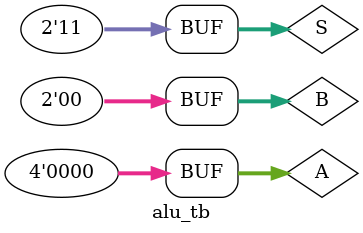
<source format=sv>

`timescale 1ns/1ps

module alu_tb;

    // Entradas
    logic [3:0] A;
    logic [1:0] B;
    logic [1:0] S;

    // Salidas
    logic [3:0] Y;
    logic Z, N, C, V;

    // DUT
    alu dut(
        .A(A),
        .B(B),
        .sel(S),
        .Y(Y),
        .Z(Z),
        .N(N),
        .C(C),
        .V(V)
    );

    // Prueba principal
    initial begin

        // Prueba 1: A=0101, B=01 (MUL, SUB, AND, XOR)
        A = 4'b0101; B = 2'b01; S = 2'b00; #20;  // MUL
        S = 2'b01; #20;  // SUB
        S = 2'b10; #20;  // AND
        S = 2'b11; #20;  // XOR

        // Prueba 2: A=1111, B=11 (desbordamiento posible)
        A = 4'b1111; B = 2'b11;
        S = 2'b00; #20;
        S = 2'b01; #20;
        S = 2'b10; #20;
        S = 2'b11; #20;

        // Prueba 3: A=0000, B=00 (cero)
        A = 4'b0000; B = 2'b00;
        S = 2'b00; #20;
        S = 2'b01; #20;
        S = 2'b10; #20;
        S = 2'b11; #20;

    end

endmodule

</source>
